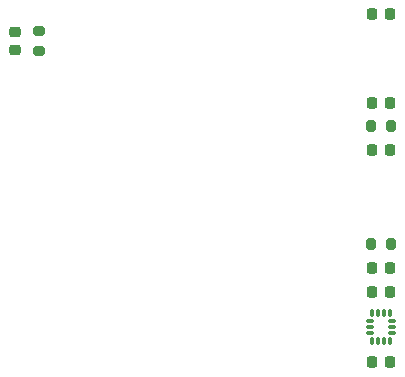
<source format=gbr>
%TF.GenerationSoftware,KiCad,Pcbnew,9.0.6*%
%TF.CreationDate,2026-02-27T13:09:19-08:00*%
%TF.ProjectId,C3_GestureDriver,43335f47-6573-4747-9572-654472697665,rev?*%
%TF.SameCoordinates,Original*%
%TF.FileFunction,Paste,Top*%
%TF.FilePolarity,Positive*%
%FSLAX46Y46*%
G04 Gerber Fmt 4.6, Leading zero omitted, Abs format (unit mm)*
G04 Created by KiCad (PCBNEW 9.0.6) date 2026-02-27 13:09:19*
%MOMM*%
%LPD*%
G01*
G04 APERTURE LIST*
G04 Aperture macros list*
%AMRoundRect*
0 Rectangle with rounded corners*
0 $1 Rounding radius*
0 $2 $3 $4 $5 $6 $7 $8 $9 X,Y pos of 4 corners*
0 Add a 4 corners polygon primitive as box body*
4,1,4,$2,$3,$4,$5,$6,$7,$8,$9,$2,$3,0*
0 Add four circle primitives for the rounded corners*
1,1,$1+$1,$2,$3*
1,1,$1+$1,$4,$5*
1,1,$1+$1,$6,$7*
1,1,$1+$1,$8,$9*
0 Add four rect primitives between the rounded corners*
20,1,$1+$1,$2,$3,$4,$5,0*
20,1,$1+$1,$4,$5,$6,$7,0*
20,1,$1+$1,$6,$7,$8,$9,0*
20,1,$1+$1,$8,$9,$2,$3,0*%
G04 Aperture macros list end*
%ADD10RoundRect,0.225000X0.225000X0.250000X-0.225000X0.250000X-0.225000X-0.250000X0.225000X-0.250000X0*%
%ADD11RoundRect,0.087500X0.087500X-0.225000X0.087500X0.225000X-0.087500X0.225000X-0.087500X-0.225000X0*%
%ADD12RoundRect,0.087500X0.225000X-0.087500X0.225000X0.087500X-0.225000X0.087500X-0.225000X-0.087500X0*%
%ADD13RoundRect,0.218750X0.218750X0.256250X-0.218750X0.256250X-0.218750X-0.256250X0.218750X-0.256250X0*%
%ADD14RoundRect,0.218750X-0.218750X-0.256250X0.218750X-0.256250X0.218750X0.256250X-0.218750X0.256250X0*%
%ADD15RoundRect,0.218750X0.256250X-0.218750X0.256250X0.218750X-0.256250X0.218750X-0.256250X-0.218750X0*%
%ADD16RoundRect,0.200000X0.200000X0.275000X-0.200000X0.275000X-0.200000X-0.275000X0.200000X-0.275000X0*%
%ADD17RoundRect,0.200000X0.275000X-0.200000X0.275000X0.200000X-0.275000X0.200000X-0.275000X-0.200000X0*%
G04 APERTURE END LIST*
D10*
%TO.C,C3*%
X83775000Y-119000000D03*
X82225000Y-119000000D03*
%TD*%
D11*
%TO.C,U2*%
X82250000Y-146662500D03*
X82750000Y-146662500D03*
X83250000Y-146662500D03*
X83750000Y-146662500D03*
D12*
X83912500Y-146000000D03*
X83912500Y-145500000D03*
X83912500Y-145000000D03*
D11*
X83750000Y-144337500D03*
X83250000Y-144337500D03*
X82750000Y-144337500D03*
X82250000Y-144337500D03*
D12*
X82087500Y-145000000D03*
X82087500Y-145500000D03*
X82087500Y-146000000D03*
%TD*%
D13*
%TO.C,D2*%
X83787500Y-130500000D03*
X82212500Y-130500000D03*
%TD*%
D14*
%TO.C,L1*%
X82212500Y-140500000D03*
X83787500Y-140500000D03*
%TD*%
D15*
%TO.C,D1*%
X52018750Y-122075000D03*
X52018750Y-120500000D03*
%TD*%
D10*
%TO.C,C1*%
X83775000Y-142500000D03*
X82225000Y-142500000D03*
%TD*%
D16*
%TO.C,R3*%
X83825000Y-138500000D03*
X82175000Y-138500000D03*
%TD*%
D10*
%TO.C,C2*%
X83775000Y-148500000D03*
X82225000Y-148500000D03*
%TD*%
%TO.C,C4*%
X83775000Y-126500000D03*
X82225000Y-126500000D03*
%TD*%
D17*
%TO.C,R1*%
X54018750Y-122112500D03*
X54018750Y-120462500D03*
%TD*%
D16*
%TO.C,R2*%
X83825000Y-128500000D03*
X82175000Y-128500000D03*
%TD*%
M02*

</source>
